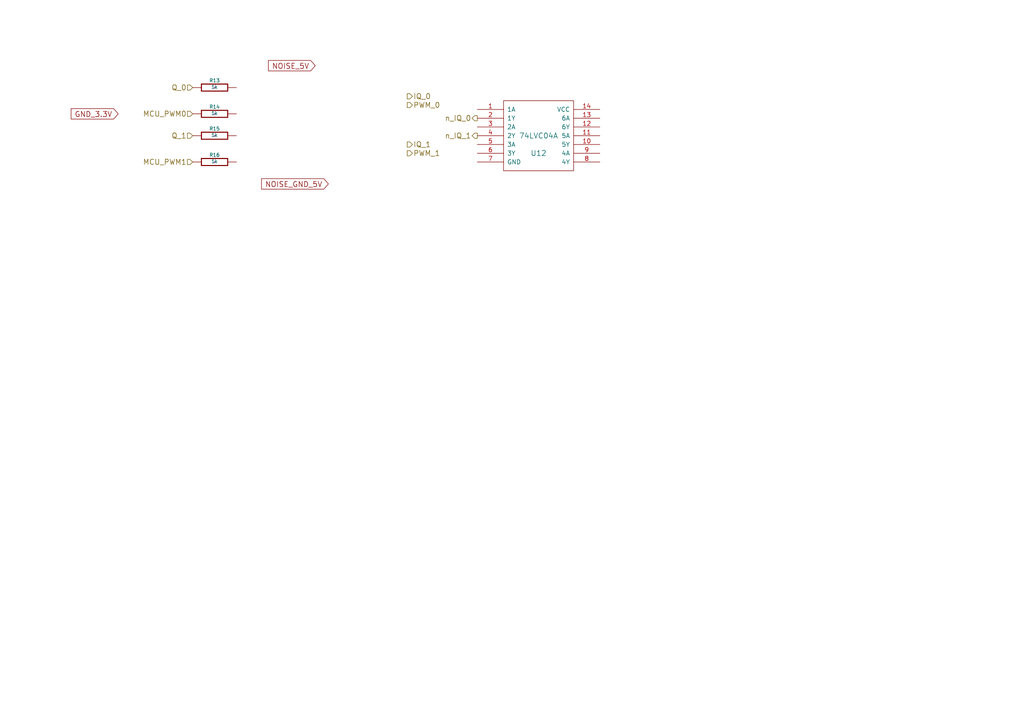
<source format=kicad_sch>
(kicad_sch (version 20230121) (generator eeschema)
  (paper "A4")
  (title_block (date "30 jan 2016"))
  (lib_symbols
    (symbol "arm_board-rescue:74LVC04A" (pin_names (offset 1.016))
      (property "Reference" "U" (at 0 -5.08 0))
      (property "Value" "74LVC04A" (at 0 0 0))
      (symbol "74LVC04A_0_1"
        (rectangle (start -10.16 10.16) (end 10.16 -10.16))
      )
      (symbol "74LVC04A_1_1"
        (pin input line (at -17.78 7.62 0) (length 7.62) (name "1A") (number "1"))
        (pin input line (at 17.78 -2.54 180) (length 7.62) (name "5Y") (number "10"))
        (pin input line (at 17.78 0 180) (length 7.62) (name "5A") (number "11"))
        (pin input line (at 17.78 2.54 180) (length 7.62) (name "6Y") (number "12"))
        (pin input line (at 17.78 5.08 180) (length 7.62) (name "6A") (number "13"))
        (pin input line (at 17.78 7.62 180) (length 7.62) (name "VCC") (number "14"))
        (pin input line (at -17.78 5.08 0) (length 7.62) (name "1Y") (number "2"))
        (pin input line (at -17.78 2.54 0) (length 7.62) (name "2A") (number "3"))
        (pin input line (at -17.78 0 0) (length 7.62) (name "2Y") (number "4"))
        (pin input line (at -17.78 -2.54 0) (length 7.62) (name "3A") (number "5"))
        (pin input line (at -17.78 -5.08 0) (length 7.62) (name "3Y") (number "6"))
        (pin input line (at -17.78 -7.62 0) (length 7.62) (name "GND") (number "7"))
        (pin input line (at 17.78 -7.62 180) (length 7.62) (name "4Y") (number "8"))
        (pin input line (at 17.78 -5.08 180) (length 7.62) (name "4A") (number "9"))
      )
    )
    (symbol "arm_board-rescue:R" (pin_numbers hide) (pin_names (offset 0))
      (property "Reference" "R" (at 2.032 0 90))
      (property "Value" "R" (at 0.1778 0.0254 90))
      (symbol "R_0_1"
        (rectangle (start -1.016 3.81) (end 1.016 -3.81) (stroke (width 0.3048)))
      )
      (symbol "R_1_1"
        (pin passive line (at 0 6.35 270) (length 2.54) (name "~") (number "1"))
        (pin passive line (at 0 -6.35 90) (length 2.54) (name "~") (number "2"))
      )
    )
  )
  (global_label "NOISE_GND_5V" (shape input) (at 95.25 53.34 180) (effects (font (size 1.524 1.524))) (property "Intersheetrefs" "${INTERSHEET_REFS}" (effects hide)))
  (global_label "GND_3.3V" (shape input) (at 34.29 33.02 180) (effects (font (size 1.524 1.524))) (property "Intersheetrefs" "${INTERSHEET_REFS}" (effects hide)))
  (global_label "NOISE_5V" (shape input) (at 91.44 19.05 180) (effects (font (size 1.524 1.524))) (property "Intersheetrefs" "${INTERSHEET_REFS}" (effects hide)))
  (hierarchical_label "MCU_PWM1" (shape input) (at 55.88 46.99 180) (effects (font (size 1.524 1.524))))
  (hierarchical_label "IQ_0" (shape output) (at 118.11 27.94 0) (effects (font (size 1.524 1.524))))
  (hierarchical_label "IQ_1" (shape output) (at 118.11 41.91 0) (effects (font (size 1.524 1.524))))
  (hierarchical_label "PWM_1" (shape output) (at 118.11 44.45 0) (effects (font (size 1.524 1.524))))
  (hierarchical_label "MCU_PWM0" (shape input) (at 55.88 33.02 180) (effects (font (size 1.524 1.524))))
  (hierarchical_label "Q_1" (shape input) (at 55.88 39.37 180) (effects (font (size 1.524 1.524))))
  (hierarchical_label "n_IQ_1" (shape output) (at 138.43 39.37 180) (effects (font (size 1.524 1.524))))
  (hierarchical_label "Q_0" (shape input) (at 55.88 25.4 180) (effects (font (size 1.524 1.524))))
  (hierarchical_label "PWM_0" (shape output) (at 118.11 30.48 0) (effects (font (size 1.524 1.524))))
  (hierarchical_label "n_IQ_0" (shape output) (at 138.43 34.29 180) (effects (font (size 1.524 1.524))))
  (symbol (lib_id "arm_board-rescue:R") (at 62.23 25.4 90) (unit 1)
    (property "Reference" "R13" (at 62.23 23.368 90) (effects (font (size 1.016 1.016))))
    (property "Value" "1k" (at 62.2046 25.2222 90) (effects (font (size 1.016 1.016))))
    (property "Footprint" "Resistors_SMD:R_0805" (effects hide))
    (property "Datasheet" "~" (at 62.23 25.4 0) (effects (font (size 0.762 0.762))))
  )
  (symbol (lib_id "arm_board-rescue:74LVC04A") (at 156.21 39.37 0) (unit 1)
    (property "Reference" "U12" (at 156.21 44.45 0) (effects (font (size 1.524 1.524))))
    (property "Value" "74LVC04A" (at 156.21 39.37 0) (effects (font (size 1.524 1.524))))
    (property "Footprint" "ArmFootprints:SOIC-14" (effects hide))
  )
  (symbol (lib_id "arm_board-rescue:R") (at 62.23 33.02 90) (unit 1)
    (property "Reference" "R14" (at 62.23 30.988 90) (effects (font (size 1.016 1.016))))
    (property "Value" "1k" (at 62.2046 32.8422 90) (effects (font (size 1.016 1.016))))
    (property "Footprint" "Resistors_SMD:R_0805" (effects hide))
    (property "Datasheet" "~" (at 62.23 33.02 0) (effects (font (size 0.762 0.762))))
  )
  (symbol (lib_id "arm_board-rescue:R") (at 62.23 39.37 90) (unit 1)
    (property "Reference" "R15" (at 62.23 37.338 90) (effects (font (size 1.016 1.016))))
    (property "Value" "1k" (at 62.2046 39.1922 90) (effects (font (size 1.016 1.016))))
    (property "Footprint" "Resistors_SMD:R_0805" (effects hide))
    (property "Datasheet" "~" (at 62.23 39.37 0) (effects (font (size 0.762 0.762))))
  )
  (symbol (lib_id "arm_board-rescue:R") (at 62.23 46.99 90) (unit 1)
    (property "Reference" "R16" (at 62.23 44.958 90) (effects (font (size 1.016 1.016))))
    (property "Value" "1k" (at 62.2046 46.8122 90) (effects (font (size 1.016 1.016))))
    (property "Footprint" "Resistors_SMD:R_0805" (effects hide))
    (property "Datasheet" "~" (at 62.23 46.99 0) (effects (font (size 0.762 0.762))))
  )
)
</source>
